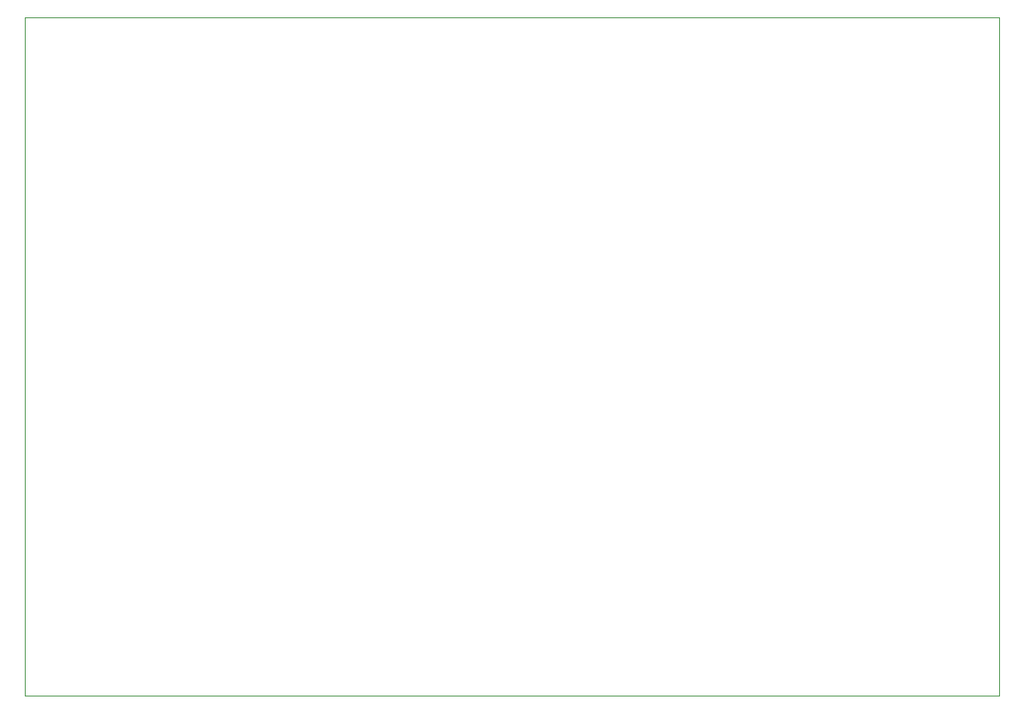
<source format=gbr>
%TF.GenerationSoftware,KiCad,Pcbnew,(5.1.10-1-10_14)*%
%TF.CreationDate,2022-08-05T12:13:03-05:00*%
%TF.ProjectId,Adam74,4164616d-3734-42e6-9b69-6361645f7063,rev?*%
%TF.SameCoordinates,Original*%
%TF.FileFunction,Profile,NP*%
%FSLAX46Y46*%
G04 Gerber Fmt 4.6, Leading zero omitted, Abs format (unit mm)*
G04 Created by KiCad (PCBNEW (5.1.10-1-10_14)) date 2022-08-05 12:13:03*
%MOMM*%
%LPD*%
G01*
G04 APERTURE LIST*
%TA.AperFunction,Profile*%
%ADD10C,0.050000*%
%TD*%
G04 APERTURE END LIST*
D10*
X207645000Y-69215000D02*
X107950000Y-69215000D01*
X107950000Y-138684000D02*
X207645000Y-138684000D01*
X107950000Y-69215000D02*
X107950000Y-138684000D01*
X207645000Y-69215000D02*
X207645000Y-138684000D01*
M02*

</source>
